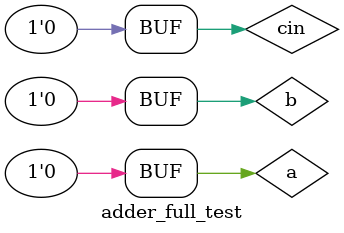
<source format=v>
`timescale 1ns / 1ps


module adder_full_test;

	// Inputs
	reg a;
	reg b;
	reg cin;

	// Outputs
	wire s;
	wire cout;

	// Instantiate the Unit Under Test (UUT)
	full_adder uut (
		.a(a), 
		.b(b), 
		.cin(cin), 
		.s(s), 
		.cout(cout)
	);

	initial begin
		// Initialize Inputs
		a = 0;
		b = 0;
		cin = 0;

		// Wait 100 ns for global reset to finish
		#100;
        
		// Add stimulus here

	end
      
endmodule


</source>
